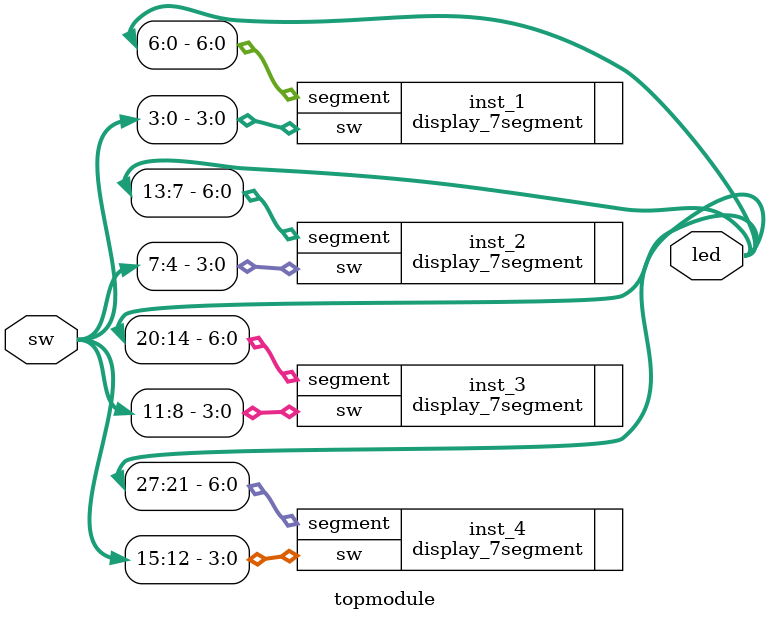
<source format=v>
module topmodule (input [15:0] sw,
                  output [27:0] led);

    display_7segment inst_1(.sw(sw[3:0]), .segment(led[6:0]));
    display_7segment inst_2(.sw(sw[7:4]), .segment(led[13:7]));
    display_7segment inst_3(.sw(sw[11:8]), .segment(led[20:14]));
    display_7segment inst_4(.sw(sw[15:12]), .segment(led[27:21]));

endmodule

</source>
